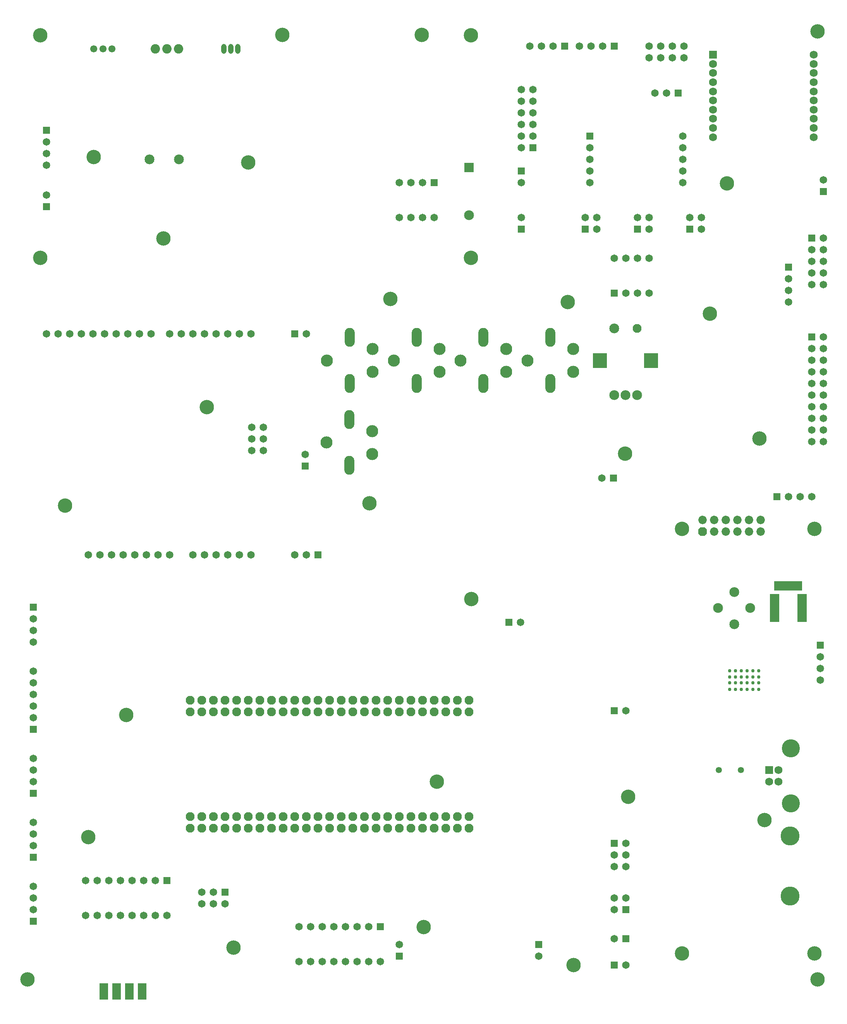
<source format=gbs>
%FSLAX25Y25*%
%MOIN*%
G70*
G01*
G75*
G04 Layer_Color=16711935*
%ADD10R,0.05906X0.05118*%
%ADD11R,0.05118X0.07874*%
%ADD12R,0.05118X0.05906*%
%ADD13R,0.07284X0.13780*%
%ADD14R,0.12047X0.03504*%
%ADD15R,0.33622X0.21063*%
%ADD16R,0.05906X0.08661*%
%ADD17R,0.07874X0.05118*%
G04:AMPARAMS|DCode=18|XSize=35.43mil|YSize=59.06mil|CornerRadius=0mil|HoleSize=0mil|Usage=FLASHONLY|Rotation=150.000|XOffset=0mil|YOffset=0mil|HoleType=Round|Shape=Round|*
%AMOVALD18*
21,1,0.02362,0.03543,0.00000,0.00000,240.0*
1,1,0.03543,0.00591,0.01023*
1,1,0.03543,-0.00591,-0.01023*
%
%ADD18OVALD18*%

G04:AMPARAMS|DCode=19|XSize=35.43mil|YSize=59.06mil|CornerRadius=0mil|HoleSize=0mil|Usage=FLASHONLY|Rotation=120.000|XOffset=0mil|YOffset=0mil|HoleType=Round|Shape=Round|*
%AMOVALD19*
21,1,0.02362,0.03543,0.00000,0.00000,210.0*
1,1,0.03543,0.01023,0.00591*
1,1,0.03543,-0.01023,-0.00591*
%
%ADD19OVALD19*%

G04:AMPARAMS|DCode=20|XSize=35.43mil|YSize=59.06mil|CornerRadius=0mil|HoleSize=0mil|Usage=FLASHONLY|Rotation=30.000|XOffset=0mil|YOffset=0mil|HoleType=Round|Shape=Round|*
%AMOVALD20*
21,1,0.02362,0.03543,0.00000,0.00000,120.0*
1,1,0.03543,0.00591,-0.01023*
1,1,0.03543,-0.00591,0.01023*
%
%ADD20OVALD20*%

G04:AMPARAMS|DCode=21|XSize=35.43mil|YSize=59.06mil|CornerRadius=0mil|HoleSize=0mil|Usage=FLASHONLY|Rotation=60.000|XOffset=0mil|YOffset=0mil|HoleType=Round|Shape=Round|*
%AMOVALD21*
21,1,0.02362,0.03543,0.00000,0.00000,150.0*
1,1,0.03543,0.01023,-0.00591*
1,1,0.03543,-0.01023,0.00591*
%
%ADD21OVALD21*%

%ADD22O,0.05906X0.03543*%
%ADD23O,0.03543X0.05906*%
%ADD24R,0.06600X0.13700*%
%ADD25R,0.11811X0.04409*%
%ADD26R,0.08012X0.05906*%
%ADD27R,0.05906X0.08012*%
%ADD28R,0.04331X0.04724*%
%ADD29R,0.04724X0.04331*%
%ADD30R,0.05906X0.02362*%
%ADD31R,0.03347X0.01969*%
%ADD32R,0.13780X0.07284*%
%ADD33O,0.01417X0.04961*%
%ADD34O,0.02756X0.05118*%
%ADD35C,0.01000*%
%ADD36C,0.03543*%
%ADD37C,0.03937*%
%ADD38C,0.03504*%
%ADD39C,0.02756*%
%ADD40C,0.01969*%
%ADD41C,0.01417*%
%ADD42R,0.05906X0.05906*%
%ADD43C,0.05906*%
%ADD44R,0.05906X0.05906*%
%ADD45C,0.05906*%
%ADD46C,0.06693*%
G04:AMPARAMS|DCode=47|XSize=66.93mil|YSize=66.93mil|CornerRadius=0mil|HoleSize=0mil|Usage=FLASHONLY|Rotation=180.000|XOffset=0mil|YOffset=0mil|HoleType=Round|Shape=Octagon|*
%AMOCTAGOND47*
4,1,8,-0.03347,0.01673,-0.03347,-0.01673,-0.01673,-0.03347,0.01673,-0.03347,0.03347,-0.01673,0.03347,0.01673,0.01673,0.03347,-0.01673,0.03347,-0.03347,0.01673,0.0*
%
%ADD47OCTAGOND47*%

%ADD48C,0.07087*%
%ADD49C,0.15748*%
%ADD50C,0.14961*%
%ADD51C,0.06299*%
%ADD52R,0.06299X0.06299*%
%ADD53C,0.07874*%
%ADD54R,0.07874X0.07874*%
%ADD55R,0.05906X0.05906*%
%ADD56R,0.11811X0.12205*%
%ADD57O,0.08000X0.15748*%
%ADD58C,0.09803*%
%ADD59R,0.23622X0.07874*%
%ADD60R,0.07874X0.23622*%
%ADD61C,0.04724*%
%ADD62C,0.05512*%
%ADD63C,0.07480*%
%ADD64O,0.03937X0.07874*%
%ADD65O,0.03937X0.07874*%
%ADD66C,0.11811*%
%ADD67C,0.02362*%
%ADD68C,0.00984*%
%ADD69C,0.00787*%
%ADD70C,0.02362*%
%ADD71C,0.00394*%
%ADD72C,0.00800*%
%ADD73C,0.02000*%
%ADD74C,0.00591*%
%ADD75C,0.00100*%
%ADD76C,0.01181*%
%ADD77C,0.01575*%
%ADD78R,0.11024X0.03150*%
%ADD79R,0.09000X0.09000*%
%ADD80R,0.10669X0.10138*%
%ADD81R,0.06496X0.05709*%
%ADD82R,0.05709X0.08465*%
%ADD83R,0.05709X0.06496*%
%ADD84R,0.07874X0.14370*%
%ADD85R,0.12638X0.04095*%
%ADD86R,0.34213X0.21654*%
%ADD87R,0.06496X0.09252*%
%ADD88R,0.08465X0.05709*%
G04:AMPARAMS|DCode=89|XSize=41.34mil|YSize=64.96mil|CornerRadius=0mil|HoleSize=0mil|Usage=FLASHONLY|Rotation=150.000|XOffset=0mil|YOffset=0mil|HoleType=Round|Shape=Round|*
%AMOVALD89*
21,1,0.02362,0.04134,0.00000,0.00000,240.0*
1,1,0.04134,0.00591,0.01023*
1,1,0.04134,-0.00591,-0.01023*
%
%ADD89OVALD89*%

G04:AMPARAMS|DCode=90|XSize=41.34mil|YSize=64.96mil|CornerRadius=0mil|HoleSize=0mil|Usage=FLASHONLY|Rotation=120.000|XOffset=0mil|YOffset=0mil|HoleType=Round|Shape=Round|*
%AMOVALD90*
21,1,0.02362,0.04134,0.00000,0.00000,210.0*
1,1,0.04134,0.01023,0.00591*
1,1,0.04134,-0.01023,-0.00591*
%
%ADD90OVALD90*%

G04:AMPARAMS|DCode=91|XSize=41.34mil|YSize=64.96mil|CornerRadius=0mil|HoleSize=0mil|Usage=FLASHONLY|Rotation=30.000|XOffset=0mil|YOffset=0mil|HoleType=Round|Shape=Round|*
%AMOVALD91*
21,1,0.02362,0.04134,0.00000,0.00000,120.0*
1,1,0.04134,0.00591,-0.01023*
1,1,0.04134,-0.00591,0.01023*
%
%ADD91OVALD91*%

G04:AMPARAMS|DCode=92|XSize=41.34mil|YSize=64.96mil|CornerRadius=0mil|HoleSize=0mil|Usage=FLASHONLY|Rotation=60.000|XOffset=0mil|YOffset=0mil|HoleType=Round|Shape=Round|*
%AMOVALD92*
21,1,0.02362,0.04134,0.00000,0.00000,150.0*
1,1,0.04134,0.01023,-0.00591*
1,1,0.04134,-0.01023,0.00591*
%
%ADD92OVALD92*%

%ADD93O,0.06496X0.04134*%
%ADD94O,0.04134X0.06496*%
%ADD95R,0.07191X0.14291*%
%ADD96R,0.12402X0.05000*%
%ADD97R,0.08603X0.06496*%
%ADD98R,0.06496X0.08603*%
%ADD99R,0.04921X0.05315*%
%ADD100R,0.05315X0.04921*%
%ADD101R,0.06496X0.02953*%
%ADD102R,0.03937X0.02559*%
%ADD103R,0.14370X0.07874*%
%ADD104O,0.02008X0.05551*%
%ADD105O,0.03347X0.05709*%
%ADD106R,0.06496X0.06496*%
%ADD107C,0.06496*%
%ADD108R,0.06496X0.06496*%
%ADD109C,0.06496*%
%ADD110C,0.07284*%
G04:AMPARAMS|DCode=111|XSize=72.84mil|YSize=72.84mil|CornerRadius=0mil|HoleSize=0mil|Usage=FLASHONLY|Rotation=180.000|XOffset=0mil|YOffset=0mil|HoleType=Round|Shape=Octagon|*
%AMOCTAGOND111*
4,1,8,-0.03642,0.01821,-0.03642,-0.01821,-0.01821,-0.03642,0.01821,-0.03642,0.03642,-0.01821,0.03642,0.01821,0.01821,0.03642,-0.01821,0.03642,-0.03642,0.01821,0.0*
%
%ADD111OCTAGOND111*%

%ADD112C,0.07677*%
%ADD113C,0.16339*%
%ADD114C,0.15551*%
%ADD115C,0.06890*%
%ADD116R,0.06890X0.06890*%
%ADD117C,0.08465*%
%ADD118R,0.08465X0.08465*%
%ADD119R,0.06496X0.06496*%
%ADD120R,0.12402X0.12795*%
%ADD121O,0.08591X0.16339*%
%ADD122C,0.10394*%
%ADD123R,0.24213X0.08465*%
%ADD124R,0.08465X0.24213*%
%ADD125C,0.05315*%
%ADD126C,0.06102*%
%ADD127C,0.08071*%
%ADD128O,0.04528X0.08465*%
%ADD129O,0.04528X0.08465*%
%ADD130C,0.12402*%
%ADD131C,0.02953*%
D95*
X166768Y57819D02*
D03*
X155768D02*
D03*
X133768D02*
D03*
X144768D02*
D03*
D106*
X482500Y375000D02*
D03*
X573000Y299000D02*
D03*
X530500Y870500D02*
D03*
X573000D02*
D03*
X628000Y830000D02*
D03*
X298000Y623000D02*
D03*
X318000Y433000D02*
D03*
X238000Y143000D02*
D03*
X593000Y713000D02*
D03*
X638000D02*
D03*
X548000D02*
D03*
X583000Y103000D02*
D03*
X713000Y483000D02*
D03*
X573000Y80500D02*
D03*
X572500Y499049D02*
D03*
D107*
X492500Y375000D02*
D03*
X583000Y299000D02*
D03*
X73000Y138000D02*
D03*
Y128000D02*
D03*
Y148000D02*
D03*
Y193000D02*
D03*
Y183000D02*
D03*
Y203000D02*
D03*
Y248000D02*
D03*
Y238000D02*
D03*
Y258000D02*
D03*
X510500Y870500D02*
D03*
X520500D02*
D03*
X500500D02*
D03*
X543000D02*
D03*
X563000D02*
D03*
X553000D02*
D03*
X307000Y519500D02*
D03*
X618000Y830000D02*
D03*
X608000D02*
D03*
X84500Y742500D02*
D03*
X573000Y128000D02*
D03*
X583000Y138000D02*
D03*
X573000D02*
D03*
X623000Y860500D02*
D03*
X613000D02*
D03*
X603000D02*
D03*
Y870500D02*
D03*
X623000D02*
D03*
X613000D02*
D03*
X633000D02*
D03*
Y860500D02*
D03*
X73000Y313000D02*
D03*
Y293000D02*
D03*
Y303000D02*
D03*
Y323000D02*
D03*
Y333000D02*
D03*
X308000Y623000D02*
D03*
Y433000D02*
D03*
X298000D02*
D03*
X73000Y358000D02*
D03*
Y378000D02*
D03*
Y368000D02*
D03*
X388000Y98000D02*
D03*
X753000Y665500D02*
D03*
X743000D02*
D03*
X753000Y675500D02*
D03*
X743000D02*
D03*
X753000Y685500D02*
D03*
X743000D02*
D03*
X753000Y695500D02*
D03*
X743000D02*
D03*
X753000Y705500D02*
D03*
Y620500D02*
D03*
X743000Y610500D02*
D03*
X753000D02*
D03*
X743000Y600500D02*
D03*
X753000D02*
D03*
X743000Y590500D02*
D03*
X753000D02*
D03*
X743000Y580500D02*
D03*
X753000D02*
D03*
X743000Y570500D02*
D03*
X753000D02*
D03*
X743000Y560500D02*
D03*
X753000D02*
D03*
X743000Y550500D02*
D03*
X753000D02*
D03*
X743000Y540500D02*
D03*
X753000D02*
D03*
X743000Y530500D02*
D03*
X753000D02*
D03*
X508000Y88000D02*
D03*
X238000Y133000D02*
D03*
X228000Y143000D02*
D03*
Y133000D02*
D03*
X218000Y143000D02*
D03*
Y133000D02*
D03*
X493000Y753000D02*
D03*
Y723000D02*
D03*
X593000D02*
D03*
X603000Y713000D02*
D03*
Y723000D02*
D03*
X632000Y753000D02*
D03*
Y763000D02*
D03*
Y783000D02*
D03*
Y773000D02*
D03*
Y793000D02*
D03*
X552000Y773000D02*
D03*
Y783000D02*
D03*
Y763000D02*
D03*
Y753000D02*
D03*
X638000Y723000D02*
D03*
X648000Y713000D02*
D03*
Y723000D02*
D03*
X548000D02*
D03*
X558000Y713000D02*
D03*
Y723000D02*
D03*
X493000Y833000D02*
D03*
X503000D02*
D03*
X493000Y823000D02*
D03*
X503000D02*
D03*
X493000Y813000D02*
D03*
X503000D02*
D03*
X493000Y803000D02*
D03*
X503000D02*
D03*
X493000Y793000D02*
D03*
X503000D02*
D03*
X493000Y783000D02*
D03*
X573000Y103000D02*
D03*
X743000Y483000D02*
D03*
X733000D02*
D03*
X723000D02*
D03*
X750500Y325500D02*
D03*
Y335500D02*
D03*
Y345500D02*
D03*
X753000Y755500D02*
D03*
X583000Y80500D02*
D03*
Y185000D02*
D03*
X573000Y175000D02*
D03*
X583000D02*
D03*
X573000Y165000D02*
D03*
X583000D02*
D03*
X723000Y650500D02*
D03*
Y660500D02*
D03*
Y670500D02*
D03*
X84500Y778000D02*
D03*
Y788000D02*
D03*
Y768000D02*
D03*
X562500Y499049D02*
D03*
D108*
X73000Y118000D02*
D03*
Y173000D02*
D03*
Y228000D02*
D03*
X307000Y509500D02*
D03*
X84500Y732500D02*
D03*
X583000Y128000D02*
D03*
X73000Y283000D02*
D03*
Y388000D02*
D03*
X388000Y88000D02*
D03*
X743000Y705500D02*
D03*
Y620500D02*
D03*
X508000Y98000D02*
D03*
X493000Y763000D02*
D03*
Y713000D02*
D03*
X552000Y793000D02*
D03*
X503000Y783000D02*
D03*
X750500Y355500D02*
D03*
X753000Y745500D02*
D03*
X573000Y185000D02*
D03*
X723000Y680500D02*
D03*
X84500Y798000D02*
D03*
D109*
X271051Y522803D02*
D03*
X261051Y542803D02*
D03*
Y532803D02*
D03*
Y522803D02*
D03*
X94500Y623000D02*
D03*
X104500D02*
D03*
X114500D02*
D03*
X124500D02*
D03*
X134500D02*
D03*
X144500D02*
D03*
X154500D02*
D03*
X164500D02*
D03*
X174500D02*
D03*
X260500D02*
D03*
X250500D02*
D03*
X240500D02*
D03*
X230500D02*
D03*
X220500D02*
D03*
X210500D02*
D03*
X200500D02*
D03*
X190500D02*
D03*
X260500Y433000D02*
D03*
X250500D02*
D03*
X240500D02*
D03*
X230500D02*
D03*
X220500D02*
D03*
X210500D02*
D03*
X190500D02*
D03*
X180500D02*
D03*
X170500D02*
D03*
X160500D02*
D03*
X150500D02*
D03*
X140500D02*
D03*
X130500D02*
D03*
X120500D02*
D03*
X84500Y623000D02*
D03*
X271051Y532803D02*
D03*
Y542803D02*
D03*
X118000Y123000D02*
D03*
X128000D02*
D03*
X138000D02*
D03*
X148000D02*
D03*
X158000D02*
D03*
X168000D02*
D03*
X178000D02*
D03*
X188000D02*
D03*
X118000Y153000D02*
D03*
X128000D02*
D03*
X138000D02*
D03*
X148000D02*
D03*
X158000D02*
D03*
X168000D02*
D03*
X178000D02*
D03*
X301800Y83360D02*
D03*
X311800D02*
D03*
X321800D02*
D03*
X331800D02*
D03*
X341800D02*
D03*
X351800D02*
D03*
X361800D02*
D03*
X371800D02*
D03*
X301800Y113360D02*
D03*
X311800D02*
D03*
X321800D02*
D03*
X331800D02*
D03*
X341800D02*
D03*
X351800D02*
D03*
X361800D02*
D03*
X418000Y723000D02*
D03*
X388000Y753000D02*
D03*
Y723000D02*
D03*
X398000D02*
D03*
X408000D02*
D03*
X398000Y753000D02*
D03*
X408000D02*
D03*
X573000Y688000D02*
D03*
X603000Y658000D02*
D03*
Y688000D02*
D03*
X593000D02*
D03*
X583000D02*
D03*
X593000Y658000D02*
D03*
X583000D02*
D03*
D110*
X679000Y463000D02*
D03*
X689000Y453000D02*
D03*
X699000D02*
D03*
X669000Y463000D02*
D03*
X659000D02*
D03*
X689000D02*
D03*
X669000Y453000D02*
D03*
X679000D02*
D03*
X699000Y463000D02*
D03*
X659000Y453000D02*
D03*
X649000Y463000D02*
D03*
D111*
Y453000D02*
D03*
D112*
X208000Y298000D02*
D03*
X218000D02*
D03*
X428000D02*
D03*
X438000D02*
D03*
X448000D02*
D03*
X418000D02*
D03*
X408000D02*
D03*
X398000D02*
D03*
X388000D02*
D03*
X378000D02*
D03*
X368000D02*
D03*
X358000D02*
D03*
X348000D02*
D03*
X338000D02*
D03*
X328000D02*
D03*
X318000D02*
D03*
X308000D02*
D03*
X228000D02*
D03*
X238000D02*
D03*
X248000D02*
D03*
X258000D02*
D03*
X268000D02*
D03*
X278000D02*
D03*
X288000D02*
D03*
X298000D02*
D03*
X448000Y208000D02*
D03*
X418000D02*
D03*
X398000D02*
D03*
X388000D02*
D03*
X378000D02*
D03*
X368000D02*
D03*
X358000D02*
D03*
X348000D02*
D03*
X338000D02*
D03*
X328000D02*
D03*
X318000D02*
D03*
X308000D02*
D03*
X298000D02*
D03*
X288000D02*
D03*
X278000D02*
D03*
X268000D02*
D03*
X258000D02*
D03*
X248000D02*
D03*
X238000D02*
D03*
X228000D02*
D03*
X218000D02*
D03*
X208000D02*
D03*
X408000D02*
D03*
X428000D02*
D03*
X438000D02*
D03*
X208000Y308000D02*
D03*
X218000D02*
D03*
X428000D02*
D03*
X438000D02*
D03*
X448000D02*
D03*
X418000D02*
D03*
X408000D02*
D03*
X398000D02*
D03*
X388000D02*
D03*
X378000D02*
D03*
X368000D02*
D03*
X358000D02*
D03*
X348000D02*
D03*
X338000D02*
D03*
X328000D02*
D03*
X318000D02*
D03*
X308000D02*
D03*
X228000D02*
D03*
X238000D02*
D03*
X248000D02*
D03*
X258000D02*
D03*
X268000D02*
D03*
X278000D02*
D03*
X288000D02*
D03*
X298000D02*
D03*
X448000Y198000D02*
D03*
X418000D02*
D03*
X398000D02*
D03*
X388000D02*
D03*
X378000D02*
D03*
X368000D02*
D03*
X358000D02*
D03*
X348000D02*
D03*
X338000D02*
D03*
X328000D02*
D03*
X318000D02*
D03*
X308000D02*
D03*
X298000D02*
D03*
X288000D02*
D03*
X278000D02*
D03*
X268000D02*
D03*
X258000D02*
D03*
X248000D02*
D03*
X238000D02*
D03*
X228000D02*
D03*
X218000D02*
D03*
X208000D02*
D03*
X408000D02*
D03*
X428000D02*
D03*
X438000D02*
D03*
X592685Y627587D02*
D03*
D113*
X724594Y191366D02*
D03*
Y139634D02*
D03*
D114*
X724949Y219299D02*
D03*
Y266701D02*
D03*
D115*
X714280Y238079D02*
D03*
Y247921D02*
D03*
X706406Y238079D02*
D03*
X744614Y792134D02*
D03*
Y800008D02*
D03*
Y807882D02*
D03*
Y815756D02*
D03*
Y823630D02*
D03*
Y831504D02*
D03*
Y839378D02*
D03*
Y847252D02*
D03*
Y855126D02*
D03*
Y863000D02*
D03*
X658000Y792134D02*
D03*
Y800008D02*
D03*
Y807882D02*
D03*
Y815756D02*
D03*
Y823630D02*
D03*
Y831504D02*
D03*
Y839378D02*
D03*
Y847252D02*
D03*
Y855126D02*
D03*
D116*
X706406Y247921D02*
D03*
X658000Y863000D02*
D03*
D117*
X448000Y724910D02*
D03*
X676279Y373433D02*
D03*
X662500Y387213D02*
D03*
X690059D02*
D03*
X676279Y400992D02*
D03*
X573000Y627587D02*
D03*
X582843Y570500D02*
D03*
X592685D02*
D03*
X573000D02*
D03*
X173000Y773000D02*
D03*
X198591D02*
D03*
D118*
X448000Y766091D02*
D03*
D119*
X188000Y153000D02*
D03*
X371800Y113360D02*
D03*
X418000Y753000D02*
D03*
X573000Y658000D02*
D03*
D120*
X560795Y600028D02*
D03*
X604890D02*
D03*
D121*
X345500Y580500D02*
D03*
Y619900D02*
D03*
X460500Y580500D02*
D03*
Y619900D02*
D03*
X518000Y580500D02*
D03*
Y619900D02*
D03*
X403000Y580500D02*
D03*
Y619900D02*
D03*
X345000Y510000D02*
D03*
Y549400D02*
D03*
D122*
X325800Y600200D02*
D03*
X365200Y590300D02*
D03*
Y610000D02*
D03*
X440800Y600200D02*
D03*
X480200Y590300D02*
D03*
Y610000D02*
D03*
X498300Y600200D02*
D03*
X537700Y590300D02*
D03*
Y610000D02*
D03*
X383300Y600200D02*
D03*
X422700Y590300D02*
D03*
Y610000D02*
D03*
X325300Y529700D02*
D03*
X364700Y519800D02*
D03*
Y539500D02*
D03*
D123*
X722705Y406504D02*
D03*
D124*
X711090Y387213D02*
D03*
X734713D02*
D03*
D125*
X663102Y247921D02*
D03*
X682000D02*
D03*
D126*
X125126Y868000D02*
D03*
X133000D02*
D03*
X140874D02*
D03*
D127*
X178000D02*
D03*
X198000D02*
D03*
X188000D02*
D03*
D128*
X249000D02*
D03*
X243000D02*
D03*
D129*
X237000D02*
D03*
D130*
X582500Y520000D02*
D03*
X538000Y80500D02*
D03*
X68000Y68000D02*
D03*
X420500Y238000D02*
D03*
X120500Y190500D02*
D03*
X362500Y477500D02*
D03*
X698000Y533000D02*
D03*
X585000Y225000D02*
D03*
X702500Y205000D02*
D03*
X748000Y68000D02*
D03*
Y883000D02*
D03*
X407500Y880000D02*
D03*
X409000Y113000D02*
D03*
X380500Y653000D02*
D03*
X100500Y475500D02*
D03*
X153000Y295500D02*
D03*
X245500Y95500D02*
D03*
X222500Y560000D02*
D03*
X258000Y770500D02*
D03*
X125000Y775000D02*
D03*
X670000Y752500D02*
D03*
X185000Y705000D02*
D03*
X655500Y640500D02*
D03*
X533000Y650500D02*
D03*
X287500Y880000D02*
D03*
X79193Y879551D02*
D03*
Y688410D02*
D03*
X449665D02*
D03*
Y879551D02*
D03*
X450000Y395000D02*
D03*
X745500Y455500D02*
D03*
X631500D02*
D03*
Y90500D02*
D03*
X745500D02*
D03*
D131*
X697500Y333500D02*
D03*
X692500D02*
D03*
X687500D02*
D03*
X677500D02*
D03*
X672500D02*
D03*
Y317500D02*
D03*
X677500D02*
D03*
X687500D02*
D03*
X692500D02*
D03*
X697500D02*
D03*
X672500Y323000D02*
D03*
X677500D02*
D03*
X682500D02*
D03*
X687500D02*
D03*
X692500D02*
D03*
X697500D02*
D03*
X672500Y328000D02*
D03*
X682500D02*
D03*
X687500D02*
D03*
X692500D02*
D03*
X697500D02*
D03*
X682500Y333500D02*
D03*
Y317500D02*
D03*
X677500Y328000D02*
D03*
M02*

</source>
